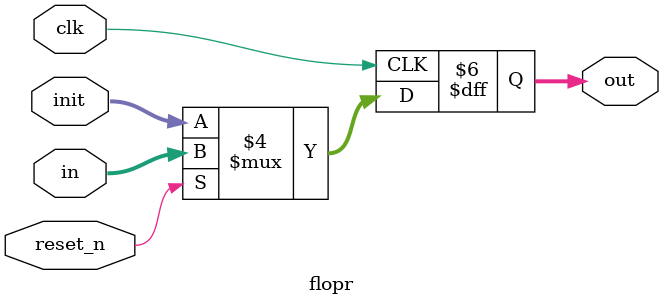
<source format=sv>
module flopr #(parameter WIDTH=32)
(
    input logic clk,
    input logic reset_n,
    input logic [WIDTH-1:0] init,
    input logic [WIDTH-1:0] in,
    output logic [WIDTH-1:0] out
);

always_ff @(posedge clk)
    if(!reset_n)
        out <= init;
    else 
        out <= in;

endmodule

</source>
